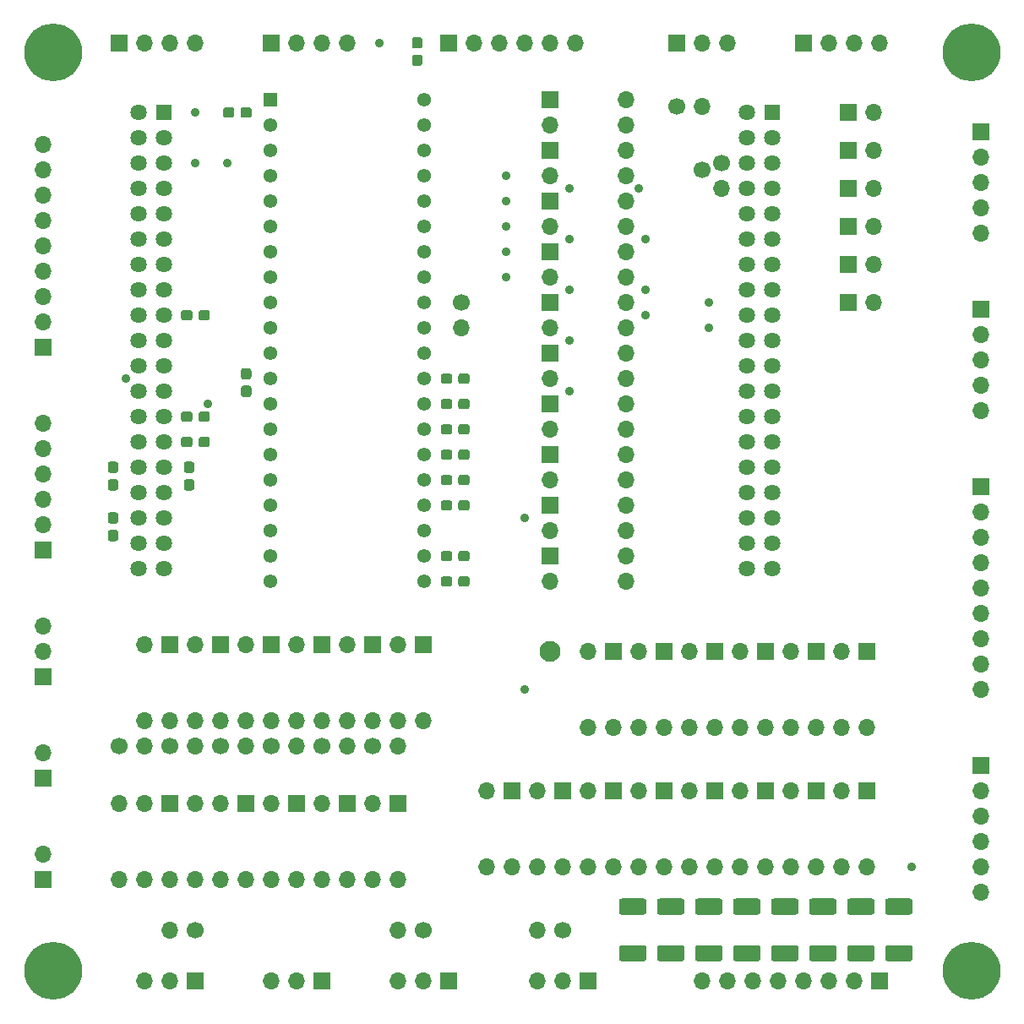
<source format=gts>
G04 #@! TF.GenerationSoftware,KiCad,Pcbnew,(5.1.6)-1*
G04 #@! TF.CreationDate,2023-04-05T02:19:52+09:00*
G04 #@! TF.ProjectId,SubPCB,53756250-4342-42e6-9b69-6361645f7063,rev?*
G04 #@! TF.SameCoordinates,Original*
G04 #@! TF.FileFunction,Soldermask,Top*
G04 #@! TF.FilePolarity,Negative*
%FSLAX46Y46*%
G04 Gerber Fmt 4.6, Leading zero omitted, Abs format (unit mm)*
G04 Created by KiCad (PCBNEW (5.1.6)-1) date 2023-04-05 02:19:52*
%MOMM*%
%LPD*%
G01*
G04 APERTURE LIST*
%ADD10O,1.700000X1.700000*%
%ADD11R,1.700000X1.700000*%
%ADD12R,1.630000X1.630000*%
%ADD13C,1.630000*%
%ADD14C,1.700000*%
%ADD15C,1.380000*%
%ADD16R,1.380000X1.380000*%
%ADD17C,5.800000*%
%ADD18C,0.900000*%
%ADD19C,2.100000*%
G04 APERTURE END LIST*
D10*
X83185000Y-6985000D03*
D11*
X80645000Y-6985000D03*
D10*
X83185000Y-10795000D03*
D11*
X80645000Y-10795000D03*
D10*
X83185000Y-14605000D03*
D11*
X80645000Y-14605000D03*
D10*
X83185000Y-18415000D03*
D11*
X80645000Y-18415000D03*
D10*
X83185000Y-22225000D03*
D11*
X80645000Y-22225000D03*
D10*
X83185000Y-26035000D03*
D11*
X80645000Y-26035000D03*
D12*
X73025000Y-6985000D03*
D13*
X73025000Y-52705000D03*
X70485000Y-6985000D03*
X73025000Y-9525000D03*
X70485000Y-9525000D03*
X73025000Y-12065000D03*
X70485000Y-12065000D03*
X73025000Y-14605000D03*
X70485000Y-14605000D03*
X73025000Y-17145000D03*
X70485000Y-17145000D03*
X73025000Y-19685000D03*
X70485000Y-19685000D03*
X73025000Y-22225000D03*
X70485000Y-22225000D03*
X73025000Y-24765000D03*
X70485000Y-24765000D03*
X73025000Y-27305000D03*
X70485000Y-27305000D03*
X73025000Y-29845000D03*
X70485000Y-29845000D03*
X73025000Y-32385000D03*
X70485000Y-32385000D03*
X73025000Y-34925000D03*
X70485000Y-34925000D03*
X73025000Y-37465000D03*
X70485000Y-37465000D03*
X73025000Y-40005000D03*
X70485000Y-40005000D03*
X73025000Y-42545000D03*
X70485000Y-42545000D03*
X73025000Y-45085000D03*
X70485000Y-45085000D03*
X73025000Y-47625000D03*
X70485000Y-47625000D03*
X73025000Y-50165000D03*
X70485000Y-50165000D03*
X70485000Y-52705000D03*
D12*
X12065000Y-6985000D03*
D13*
X12065000Y-52705000D03*
X9525000Y-6985000D03*
X12065000Y-9525000D03*
X9525000Y-9525000D03*
X12065000Y-12065000D03*
X9525000Y-12065000D03*
X12065000Y-14605000D03*
X9525000Y-14605000D03*
X12065000Y-17145000D03*
X9525000Y-17145000D03*
X12065000Y-19685000D03*
X9525000Y-19685000D03*
X12065000Y-22225000D03*
X9525000Y-22225000D03*
X12065000Y-24765000D03*
X9525000Y-24765000D03*
X12065000Y-27305000D03*
X9525000Y-27305000D03*
X12065000Y-29845000D03*
X9525000Y-29845000D03*
X12065000Y-32385000D03*
X9525000Y-32385000D03*
X12065000Y-34925000D03*
X9525000Y-34925000D03*
X12065000Y-37465000D03*
X9525000Y-37465000D03*
X12065000Y-40005000D03*
X9525000Y-40005000D03*
X12065000Y-42545000D03*
X9525000Y-42545000D03*
X12065000Y-45085000D03*
X9525000Y-45085000D03*
X12065000Y-47625000D03*
X9525000Y-47625000D03*
X12065000Y-50165000D03*
X9525000Y-50165000D03*
X9525000Y-52705000D03*
G36*
G01*
X20582500Y-33750000D02*
X20057500Y-33750000D01*
G75*
G02*
X19795000Y-33487500I0J262500D01*
G01*
X19795000Y-32862500D01*
G75*
G02*
X20057500Y-32600000I262500J0D01*
G01*
X20582500Y-32600000D01*
G75*
G02*
X20845000Y-32862500I0J-262500D01*
G01*
X20845000Y-33487500D01*
G75*
G02*
X20582500Y-33750000I-262500J0D01*
G01*
G37*
G36*
G01*
X20582500Y-35500000D02*
X20057500Y-35500000D01*
G75*
G02*
X19795000Y-35237500I0J262500D01*
G01*
X19795000Y-34612500D01*
G75*
G02*
X20057500Y-34350000I262500J0D01*
G01*
X20582500Y-34350000D01*
G75*
G02*
X20845000Y-34612500I0J-262500D01*
G01*
X20845000Y-35237500D01*
G75*
G02*
X20582500Y-35500000I-262500J0D01*
G01*
G37*
G36*
G01*
X19745000Y-7247500D02*
X19745000Y-6722500D01*
G75*
G02*
X20007500Y-6460000I262500J0D01*
G01*
X20632500Y-6460000D01*
G75*
G02*
X20895000Y-6722500I0J-262500D01*
G01*
X20895000Y-7247500D01*
G75*
G02*
X20632500Y-7510000I-262500J0D01*
G01*
X20007500Y-7510000D01*
G75*
G02*
X19745000Y-7247500I0J262500D01*
G01*
G37*
G36*
G01*
X17995000Y-7247500D02*
X17995000Y-6722500D01*
G75*
G02*
X18257500Y-6460000I262500J0D01*
G01*
X18882500Y-6460000D01*
G75*
G02*
X19145000Y-6722500I0J-262500D01*
G01*
X19145000Y-7247500D01*
G75*
G02*
X18882500Y-7510000I-262500J0D01*
G01*
X18257500Y-7510000D01*
G75*
G02*
X17995000Y-7247500I0J262500D01*
G01*
G37*
D10*
X25400000Y-93980000D03*
X22860000Y-93980000D03*
D11*
X27940000Y-93980000D03*
X76200000Y0D03*
D10*
X81280000Y0D03*
X78740000Y0D03*
X83820000Y0D03*
X93980000Y-52070000D03*
X93980000Y-46990000D03*
X93980000Y-49530000D03*
D11*
X93980000Y-44450000D03*
D10*
X93980000Y-54610000D03*
X93980000Y-57150000D03*
X93980000Y-59690000D03*
X93980000Y-62230000D03*
X93980000Y-64770000D03*
X46990000Y-82550000D03*
X44450000Y-74930000D03*
X44450000Y-82550000D03*
D11*
X46990000Y-74930000D03*
D10*
X52070000Y-82550000D03*
X49530000Y-74930000D03*
X49530000Y-82550000D03*
D11*
X52070000Y-74930000D03*
D10*
X57150000Y-82550000D03*
X54610000Y-74930000D03*
X54610000Y-82550000D03*
D11*
X57150000Y-74930000D03*
D10*
X62230000Y-82550000D03*
X59690000Y-74930000D03*
X59690000Y-82550000D03*
D11*
X62230000Y-74930000D03*
D10*
X67310000Y-82550000D03*
X64770000Y-74930000D03*
X64770000Y-82550000D03*
D11*
X67310000Y-74930000D03*
D10*
X72390000Y-82550000D03*
X69850000Y-74930000D03*
X69850000Y-82550000D03*
D11*
X72390000Y-74930000D03*
D10*
X77470000Y-82550000D03*
X74930000Y-74930000D03*
X74930000Y-82550000D03*
D11*
X77470000Y-74930000D03*
D10*
X82550000Y-82550000D03*
X80010000Y-74930000D03*
X80010000Y-82550000D03*
D11*
X82550000Y-74930000D03*
D10*
X57150000Y-68580000D03*
X54610000Y-60960000D03*
X54610000Y-68580000D03*
D11*
X57150000Y-60960000D03*
D10*
X62230000Y-68580000D03*
X59690000Y-60960000D03*
X59690000Y-68580000D03*
D11*
X62230000Y-60960000D03*
D10*
X67310000Y-68580000D03*
X64770000Y-60960000D03*
X64770000Y-68580000D03*
D11*
X67310000Y-60960000D03*
D10*
X72390000Y-68580000D03*
X69850000Y-60960000D03*
X69850000Y-68580000D03*
D11*
X72390000Y-60960000D03*
D10*
X77470000Y-68580000D03*
X74930000Y-60960000D03*
X74930000Y-68580000D03*
D11*
X77470000Y-60960000D03*
D10*
X82550000Y-68580000D03*
X80010000Y-60960000D03*
X80010000Y-68580000D03*
D11*
X82550000Y-60960000D03*
D10*
X58420000Y-51435000D03*
X50800000Y-53975000D03*
X58420000Y-53975000D03*
D11*
X50800000Y-51435000D03*
D10*
X58420000Y-46355000D03*
X50800000Y-48895000D03*
X58420000Y-48895000D03*
D11*
X50800000Y-46355000D03*
D10*
X58420000Y-41275000D03*
X50800000Y-43815000D03*
X58420000Y-43815000D03*
D11*
X50800000Y-41275000D03*
D10*
X58420000Y-36195000D03*
X50800000Y-38735000D03*
X58420000Y-38735000D03*
D11*
X50800000Y-36195000D03*
D10*
X58420000Y-31115000D03*
X50800000Y-33655000D03*
X58420000Y-33655000D03*
D11*
X50800000Y-31115000D03*
D10*
X58420000Y-26035000D03*
X50800000Y-28575000D03*
X58420000Y-28575000D03*
D11*
X50800000Y-26035000D03*
D10*
X58420000Y-20955000D03*
X50800000Y-23495000D03*
X58420000Y-23495000D03*
D11*
X50800000Y-20955000D03*
D10*
X58420000Y-15875000D03*
X50800000Y-18415000D03*
X58420000Y-18415000D03*
D11*
X50800000Y-15875000D03*
D10*
X58420000Y-10795000D03*
X50800000Y-13335000D03*
X58420000Y-13335000D03*
D11*
X50800000Y-10795000D03*
D10*
X58420000Y-5715000D03*
X50800000Y-8255000D03*
X58420000Y-8255000D03*
D11*
X50800000Y-5715000D03*
D10*
X12700000Y-67945000D03*
X10160000Y-60325000D03*
X10160000Y-67945000D03*
D11*
X12700000Y-60325000D03*
D10*
X17780000Y-67945000D03*
X15240000Y-60325000D03*
X15240000Y-67945000D03*
D11*
X17780000Y-60325000D03*
D10*
X22860000Y-67945000D03*
X20320000Y-60325000D03*
X20320000Y-67945000D03*
D11*
X22860000Y-60325000D03*
D10*
X27940000Y-67945000D03*
X25400000Y-60325000D03*
X25400000Y-67945000D03*
D11*
X27940000Y-60325000D03*
D10*
X33020000Y-67945000D03*
X30480000Y-60325000D03*
X30480000Y-67945000D03*
D11*
X33020000Y-60325000D03*
D10*
X38100000Y-67945000D03*
X35560000Y-60325000D03*
X35560000Y-67945000D03*
D11*
X38100000Y-60325000D03*
D10*
X25400000Y-83820000D03*
X22860000Y-76200000D03*
X22860000Y-83820000D03*
D11*
X25400000Y-76200000D03*
D10*
X30480000Y-83820000D03*
X27940000Y-76200000D03*
X27940000Y-83820000D03*
D11*
X30480000Y-76200000D03*
D10*
X35560000Y-83820000D03*
X33020000Y-76200000D03*
X33020000Y-83820000D03*
D11*
X35560000Y-76200000D03*
D10*
X12700000Y-83820000D03*
X7620000Y-76200000D03*
X10160000Y-83820000D03*
X10160000Y-76200000D03*
X7620000Y-83820000D03*
D11*
X12700000Y-76200000D03*
D10*
X20320000Y-83820000D03*
X15240000Y-76200000D03*
X17780000Y-83820000D03*
X17780000Y-76200000D03*
X15240000Y-83820000D03*
D11*
X20320000Y-76200000D03*
G36*
G01*
X37727500Y-575000D02*
X37202500Y-575000D01*
G75*
G02*
X36940000Y-312500I0J262500D01*
G01*
X36940000Y312500D01*
G75*
G02*
X37202500Y575000I262500J0D01*
G01*
X37727500Y575000D01*
G75*
G02*
X37990000Y312500I0J-262500D01*
G01*
X37990000Y-312500D01*
G75*
G02*
X37727500Y-575000I-262500J0D01*
G01*
G37*
G36*
G01*
X37727500Y-2325000D02*
X37202500Y-2325000D01*
G75*
G02*
X36940000Y-2062500I0J262500D01*
G01*
X36940000Y-1437500D01*
G75*
G02*
X37202500Y-1175000I262500J0D01*
G01*
X37727500Y-1175000D01*
G75*
G02*
X37990000Y-1437500I0J-262500D01*
G01*
X37990000Y-2062500D01*
G75*
G02*
X37727500Y-2325000I-262500J0D01*
G01*
G37*
G36*
G01*
X60163608Y-87375000D02*
X57946392Y-87375000D01*
G75*
G02*
X57680000Y-87108608I0J266392D01*
G01*
X57680000Y-86016392D01*
G75*
G02*
X57946392Y-85750000I266392J0D01*
G01*
X60163608Y-85750000D01*
G75*
G02*
X60430000Y-86016392I0J-266392D01*
G01*
X60430000Y-87108608D01*
G75*
G02*
X60163608Y-87375000I-266392J0D01*
G01*
G37*
G36*
G01*
X60163608Y-92050000D02*
X57946392Y-92050000D01*
G75*
G02*
X57680000Y-91783608I0J266392D01*
G01*
X57680000Y-90691392D01*
G75*
G02*
X57946392Y-90425000I266392J0D01*
G01*
X60163608Y-90425000D01*
G75*
G02*
X60430000Y-90691392I0J-266392D01*
G01*
X60430000Y-91783608D01*
G75*
G02*
X60163608Y-92050000I-266392J0D01*
G01*
G37*
G36*
G01*
X63973608Y-87375000D02*
X61756392Y-87375000D01*
G75*
G02*
X61490000Y-87108608I0J266392D01*
G01*
X61490000Y-86016392D01*
G75*
G02*
X61756392Y-85750000I266392J0D01*
G01*
X63973608Y-85750000D01*
G75*
G02*
X64240000Y-86016392I0J-266392D01*
G01*
X64240000Y-87108608D01*
G75*
G02*
X63973608Y-87375000I-266392J0D01*
G01*
G37*
G36*
G01*
X63973608Y-92050000D02*
X61756392Y-92050000D01*
G75*
G02*
X61490000Y-91783608I0J266392D01*
G01*
X61490000Y-90691392D01*
G75*
G02*
X61756392Y-90425000I266392J0D01*
G01*
X63973608Y-90425000D01*
G75*
G02*
X64240000Y-90691392I0J-266392D01*
G01*
X64240000Y-91783608D01*
G75*
G02*
X63973608Y-92050000I-266392J0D01*
G01*
G37*
G36*
G01*
X67783608Y-87375000D02*
X65566392Y-87375000D01*
G75*
G02*
X65300000Y-87108608I0J266392D01*
G01*
X65300000Y-86016392D01*
G75*
G02*
X65566392Y-85750000I266392J0D01*
G01*
X67783608Y-85750000D01*
G75*
G02*
X68050000Y-86016392I0J-266392D01*
G01*
X68050000Y-87108608D01*
G75*
G02*
X67783608Y-87375000I-266392J0D01*
G01*
G37*
G36*
G01*
X67783608Y-92050000D02*
X65566392Y-92050000D01*
G75*
G02*
X65300000Y-91783608I0J266392D01*
G01*
X65300000Y-90691392D01*
G75*
G02*
X65566392Y-90425000I266392J0D01*
G01*
X67783608Y-90425000D01*
G75*
G02*
X68050000Y-90691392I0J-266392D01*
G01*
X68050000Y-91783608D01*
G75*
G02*
X67783608Y-92050000I-266392J0D01*
G01*
G37*
G36*
G01*
X71593608Y-87375000D02*
X69376392Y-87375000D01*
G75*
G02*
X69110000Y-87108608I0J266392D01*
G01*
X69110000Y-86016392D01*
G75*
G02*
X69376392Y-85750000I266392J0D01*
G01*
X71593608Y-85750000D01*
G75*
G02*
X71860000Y-86016392I0J-266392D01*
G01*
X71860000Y-87108608D01*
G75*
G02*
X71593608Y-87375000I-266392J0D01*
G01*
G37*
G36*
G01*
X71593608Y-92050000D02*
X69376392Y-92050000D01*
G75*
G02*
X69110000Y-91783608I0J266392D01*
G01*
X69110000Y-90691392D01*
G75*
G02*
X69376392Y-90425000I266392J0D01*
G01*
X71593608Y-90425000D01*
G75*
G02*
X71860000Y-90691392I0J-266392D01*
G01*
X71860000Y-91783608D01*
G75*
G02*
X71593608Y-92050000I-266392J0D01*
G01*
G37*
G36*
G01*
X75403608Y-87375000D02*
X73186392Y-87375000D01*
G75*
G02*
X72920000Y-87108608I0J266392D01*
G01*
X72920000Y-86016392D01*
G75*
G02*
X73186392Y-85750000I266392J0D01*
G01*
X75403608Y-85750000D01*
G75*
G02*
X75670000Y-86016392I0J-266392D01*
G01*
X75670000Y-87108608D01*
G75*
G02*
X75403608Y-87375000I-266392J0D01*
G01*
G37*
G36*
G01*
X75403608Y-92050000D02*
X73186392Y-92050000D01*
G75*
G02*
X72920000Y-91783608I0J266392D01*
G01*
X72920000Y-90691392D01*
G75*
G02*
X73186392Y-90425000I266392J0D01*
G01*
X75403608Y-90425000D01*
G75*
G02*
X75670000Y-90691392I0J-266392D01*
G01*
X75670000Y-91783608D01*
G75*
G02*
X75403608Y-92050000I-266392J0D01*
G01*
G37*
G36*
G01*
X79213608Y-87375000D02*
X76996392Y-87375000D01*
G75*
G02*
X76730000Y-87108608I0J266392D01*
G01*
X76730000Y-86016392D01*
G75*
G02*
X76996392Y-85750000I266392J0D01*
G01*
X79213608Y-85750000D01*
G75*
G02*
X79480000Y-86016392I0J-266392D01*
G01*
X79480000Y-87108608D01*
G75*
G02*
X79213608Y-87375000I-266392J0D01*
G01*
G37*
G36*
G01*
X79213608Y-92050000D02*
X76996392Y-92050000D01*
G75*
G02*
X76730000Y-91783608I0J266392D01*
G01*
X76730000Y-90691392D01*
G75*
G02*
X76996392Y-90425000I266392J0D01*
G01*
X79213608Y-90425000D01*
G75*
G02*
X79480000Y-90691392I0J-266392D01*
G01*
X79480000Y-91783608D01*
G75*
G02*
X79213608Y-92050000I-266392J0D01*
G01*
G37*
G36*
G01*
X83023608Y-87375000D02*
X80806392Y-87375000D01*
G75*
G02*
X80540000Y-87108608I0J266392D01*
G01*
X80540000Y-86016392D01*
G75*
G02*
X80806392Y-85750000I266392J0D01*
G01*
X83023608Y-85750000D01*
G75*
G02*
X83290000Y-86016392I0J-266392D01*
G01*
X83290000Y-87108608D01*
G75*
G02*
X83023608Y-87375000I-266392J0D01*
G01*
G37*
G36*
G01*
X83023608Y-92050000D02*
X80806392Y-92050000D01*
G75*
G02*
X80540000Y-91783608I0J266392D01*
G01*
X80540000Y-90691392D01*
G75*
G02*
X80806392Y-90425000I266392J0D01*
G01*
X83023608Y-90425000D01*
G75*
G02*
X83290000Y-90691392I0J-266392D01*
G01*
X83290000Y-91783608D01*
G75*
G02*
X83023608Y-92050000I-266392J0D01*
G01*
G37*
G36*
G01*
X86833608Y-87375000D02*
X84616392Y-87375000D01*
G75*
G02*
X84350000Y-87108608I0J266392D01*
G01*
X84350000Y-86016392D01*
G75*
G02*
X84616392Y-85750000I266392J0D01*
G01*
X86833608Y-85750000D01*
G75*
G02*
X87100000Y-86016392I0J-266392D01*
G01*
X87100000Y-87108608D01*
G75*
G02*
X86833608Y-87375000I-266392J0D01*
G01*
G37*
G36*
G01*
X86833608Y-92050000D02*
X84616392Y-92050000D01*
G75*
G02*
X84350000Y-91783608I0J266392D01*
G01*
X84350000Y-90691392D01*
G75*
G02*
X84616392Y-90425000I266392J0D01*
G01*
X86833608Y-90425000D01*
G75*
G02*
X87100000Y-90691392I0J-266392D01*
G01*
X87100000Y-91783608D01*
G75*
G02*
X86833608Y-92050000I-266392J0D01*
G01*
G37*
G36*
G01*
X40975000Y-53712500D02*
X40975000Y-54237500D01*
G75*
G02*
X40712500Y-54500000I-262500J0D01*
G01*
X40087500Y-54500000D01*
G75*
G02*
X39825000Y-54237500I0J262500D01*
G01*
X39825000Y-53712500D01*
G75*
G02*
X40087500Y-53450000I262500J0D01*
G01*
X40712500Y-53450000D01*
G75*
G02*
X40975000Y-53712500I0J-262500D01*
G01*
G37*
G36*
G01*
X42725000Y-53712500D02*
X42725000Y-54237500D01*
G75*
G02*
X42462500Y-54500000I-262500J0D01*
G01*
X41837500Y-54500000D01*
G75*
G02*
X41575000Y-54237500I0J262500D01*
G01*
X41575000Y-53712500D01*
G75*
G02*
X41837500Y-53450000I262500J0D01*
G01*
X42462500Y-53450000D01*
G75*
G02*
X42725000Y-53712500I0J-262500D01*
G01*
G37*
G36*
G01*
X40975000Y-51172500D02*
X40975000Y-51697500D01*
G75*
G02*
X40712500Y-51960000I-262500J0D01*
G01*
X40087500Y-51960000D01*
G75*
G02*
X39825000Y-51697500I0J262500D01*
G01*
X39825000Y-51172500D01*
G75*
G02*
X40087500Y-50910000I262500J0D01*
G01*
X40712500Y-50910000D01*
G75*
G02*
X40975000Y-51172500I0J-262500D01*
G01*
G37*
G36*
G01*
X42725000Y-51172500D02*
X42725000Y-51697500D01*
G75*
G02*
X42462500Y-51960000I-262500J0D01*
G01*
X41837500Y-51960000D01*
G75*
G02*
X41575000Y-51697500I0J262500D01*
G01*
X41575000Y-51172500D01*
G75*
G02*
X41837500Y-50910000I262500J0D01*
G01*
X42462500Y-50910000D01*
G75*
G02*
X42725000Y-51172500I0J-262500D01*
G01*
G37*
G36*
G01*
X40975000Y-46092500D02*
X40975000Y-46617500D01*
G75*
G02*
X40712500Y-46880000I-262500J0D01*
G01*
X40087500Y-46880000D01*
G75*
G02*
X39825000Y-46617500I0J262500D01*
G01*
X39825000Y-46092500D01*
G75*
G02*
X40087500Y-45830000I262500J0D01*
G01*
X40712500Y-45830000D01*
G75*
G02*
X40975000Y-46092500I0J-262500D01*
G01*
G37*
G36*
G01*
X42725000Y-46092500D02*
X42725000Y-46617500D01*
G75*
G02*
X42462500Y-46880000I-262500J0D01*
G01*
X41837500Y-46880000D01*
G75*
G02*
X41575000Y-46617500I0J262500D01*
G01*
X41575000Y-46092500D01*
G75*
G02*
X41837500Y-45830000I262500J0D01*
G01*
X42462500Y-45830000D01*
G75*
G02*
X42725000Y-46092500I0J-262500D01*
G01*
G37*
G36*
G01*
X40975000Y-43552500D02*
X40975000Y-44077500D01*
G75*
G02*
X40712500Y-44340000I-262500J0D01*
G01*
X40087500Y-44340000D01*
G75*
G02*
X39825000Y-44077500I0J262500D01*
G01*
X39825000Y-43552500D01*
G75*
G02*
X40087500Y-43290000I262500J0D01*
G01*
X40712500Y-43290000D01*
G75*
G02*
X40975000Y-43552500I0J-262500D01*
G01*
G37*
G36*
G01*
X42725000Y-43552500D02*
X42725000Y-44077500D01*
G75*
G02*
X42462500Y-44340000I-262500J0D01*
G01*
X41837500Y-44340000D01*
G75*
G02*
X41575000Y-44077500I0J262500D01*
G01*
X41575000Y-43552500D01*
G75*
G02*
X41837500Y-43290000I262500J0D01*
G01*
X42462500Y-43290000D01*
G75*
G02*
X42725000Y-43552500I0J-262500D01*
G01*
G37*
G36*
G01*
X40975000Y-41012500D02*
X40975000Y-41537500D01*
G75*
G02*
X40712500Y-41800000I-262500J0D01*
G01*
X40087500Y-41800000D01*
G75*
G02*
X39825000Y-41537500I0J262500D01*
G01*
X39825000Y-41012500D01*
G75*
G02*
X40087500Y-40750000I262500J0D01*
G01*
X40712500Y-40750000D01*
G75*
G02*
X40975000Y-41012500I0J-262500D01*
G01*
G37*
G36*
G01*
X42725000Y-41012500D02*
X42725000Y-41537500D01*
G75*
G02*
X42462500Y-41800000I-262500J0D01*
G01*
X41837500Y-41800000D01*
G75*
G02*
X41575000Y-41537500I0J262500D01*
G01*
X41575000Y-41012500D01*
G75*
G02*
X41837500Y-40750000I262500J0D01*
G01*
X42462500Y-40750000D01*
G75*
G02*
X42725000Y-41012500I0J-262500D01*
G01*
G37*
G36*
G01*
X40975000Y-38472500D02*
X40975000Y-38997500D01*
G75*
G02*
X40712500Y-39260000I-262500J0D01*
G01*
X40087500Y-39260000D01*
G75*
G02*
X39825000Y-38997500I0J262500D01*
G01*
X39825000Y-38472500D01*
G75*
G02*
X40087500Y-38210000I262500J0D01*
G01*
X40712500Y-38210000D01*
G75*
G02*
X40975000Y-38472500I0J-262500D01*
G01*
G37*
G36*
G01*
X42725000Y-38472500D02*
X42725000Y-38997500D01*
G75*
G02*
X42462500Y-39260000I-262500J0D01*
G01*
X41837500Y-39260000D01*
G75*
G02*
X41575000Y-38997500I0J262500D01*
G01*
X41575000Y-38472500D01*
G75*
G02*
X41837500Y-38210000I262500J0D01*
G01*
X42462500Y-38210000D01*
G75*
G02*
X42725000Y-38472500I0J-262500D01*
G01*
G37*
G36*
G01*
X40975000Y-35932500D02*
X40975000Y-36457500D01*
G75*
G02*
X40712500Y-36720000I-262500J0D01*
G01*
X40087500Y-36720000D01*
G75*
G02*
X39825000Y-36457500I0J262500D01*
G01*
X39825000Y-35932500D01*
G75*
G02*
X40087500Y-35670000I262500J0D01*
G01*
X40712500Y-35670000D01*
G75*
G02*
X40975000Y-35932500I0J-262500D01*
G01*
G37*
G36*
G01*
X42725000Y-35932500D02*
X42725000Y-36457500D01*
G75*
G02*
X42462500Y-36720000I-262500J0D01*
G01*
X41837500Y-36720000D01*
G75*
G02*
X41575000Y-36457500I0J262500D01*
G01*
X41575000Y-35932500D01*
G75*
G02*
X41837500Y-35670000I262500J0D01*
G01*
X42462500Y-35670000D01*
G75*
G02*
X42725000Y-35932500I0J-262500D01*
G01*
G37*
G36*
G01*
X40975000Y-33392500D02*
X40975000Y-33917500D01*
G75*
G02*
X40712500Y-34180000I-262500J0D01*
G01*
X40087500Y-34180000D01*
G75*
G02*
X39825000Y-33917500I0J262500D01*
G01*
X39825000Y-33392500D01*
G75*
G02*
X40087500Y-33130000I262500J0D01*
G01*
X40712500Y-33130000D01*
G75*
G02*
X40975000Y-33392500I0J-262500D01*
G01*
G37*
G36*
G01*
X42725000Y-33392500D02*
X42725000Y-33917500D01*
G75*
G02*
X42462500Y-34180000I-262500J0D01*
G01*
X41837500Y-34180000D01*
G75*
G02*
X41575000Y-33917500I0J262500D01*
G01*
X41575000Y-33392500D01*
G75*
G02*
X41837500Y-33130000I262500J0D01*
G01*
X42462500Y-33130000D01*
G75*
G02*
X42725000Y-33392500I0J-262500D01*
G01*
G37*
D10*
X10160000Y-70485000D03*
D14*
X7620000Y-70485000D03*
D10*
X15240000Y-70485000D03*
D14*
X12700000Y-70485000D03*
D10*
X20320000Y-70485000D03*
D14*
X17780000Y-70485000D03*
D10*
X25400000Y-70485000D03*
D14*
X22860000Y-70485000D03*
D10*
X30480000Y-70485000D03*
D14*
X27940000Y-70485000D03*
D10*
X35560000Y-70485000D03*
D14*
X33020000Y-70485000D03*
G36*
G01*
X7247500Y-43120000D02*
X6722500Y-43120000D01*
G75*
G02*
X6460000Y-42857500I0J262500D01*
G01*
X6460000Y-42232500D01*
G75*
G02*
X6722500Y-41970000I262500J0D01*
G01*
X7247500Y-41970000D01*
G75*
G02*
X7510000Y-42232500I0J-262500D01*
G01*
X7510000Y-42857500D01*
G75*
G02*
X7247500Y-43120000I-262500J0D01*
G01*
G37*
G36*
G01*
X7247500Y-44870000D02*
X6722500Y-44870000D01*
G75*
G02*
X6460000Y-44607500I0J262500D01*
G01*
X6460000Y-43982500D01*
G75*
G02*
X6722500Y-43720000I262500J0D01*
G01*
X7247500Y-43720000D01*
G75*
G02*
X7510000Y-43982500I0J-262500D01*
G01*
X7510000Y-44607500D01*
G75*
G02*
X7247500Y-44870000I-262500J0D01*
G01*
G37*
G36*
G01*
X7247500Y-48200000D02*
X6722500Y-48200000D01*
G75*
G02*
X6460000Y-47937500I0J262500D01*
G01*
X6460000Y-47312500D01*
G75*
G02*
X6722500Y-47050000I262500J0D01*
G01*
X7247500Y-47050000D01*
G75*
G02*
X7510000Y-47312500I0J-262500D01*
G01*
X7510000Y-47937500D01*
G75*
G02*
X7247500Y-48200000I-262500J0D01*
G01*
G37*
G36*
G01*
X7247500Y-49950000D02*
X6722500Y-49950000D01*
G75*
G02*
X6460000Y-49687500I0J262500D01*
G01*
X6460000Y-49062500D01*
G75*
G02*
X6722500Y-48800000I262500J0D01*
G01*
X7247500Y-48800000D01*
G75*
G02*
X7510000Y-49062500I0J-262500D01*
G01*
X7510000Y-49687500D01*
G75*
G02*
X7247500Y-49950000I-262500J0D01*
G01*
G37*
G36*
G01*
X14867500Y-43120000D02*
X14342500Y-43120000D01*
G75*
G02*
X14080000Y-42857500I0J262500D01*
G01*
X14080000Y-42232500D01*
G75*
G02*
X14342500Y-41970000I262500J0D01*
G01*
X14867500Y-41970000D01*
G75*
G02*
X15130000Y-42232500I0J-262500D01*
G01*
X15130000Y-42857500D01*
G75*
G02*
X14867500Y-43120000I-262500J0D01*
G01*
G37*
G36*
G01*
X14867500Y-44870000D02*
X14342500Y-44870000D01*
G75*
G02*
X14080000Y-44607500I0J262500D01*
G01*
X14080000Y-43982500D01*
G75*
G02*
X14342500Y-43720000I262500J0D01*
G01*
X14867500Y-43720000D01*
G75*
G02*
X15130000Y-43982500I0J-262500D01*
G01*
X15130000Y-44607500D01*
G75*
G02*
X14867500Y-44870000I-262500J0D01*
G01*
G37*
G36*
G01*
X14940000Y-39742500D02*
X14940000Y-40267500D01*
G75*
G02*
X14677500Y-40530000I-262500J0D01*
G01*
X14052500Y-40530000D01*
G75*
G02*
X13790000Y-40267500I0J262500D01*
G01*
X13790000Y-39742500D01*
G75*
G02*
X14052500Y-39480000I262500J0D01*
G01*
X14677500Y-39480000D01*
G75*
G02*
X14940000Y-39742500I0J-262500D01*
G01*
G37*
G36*
G01*
X16690000Y-39742500D02*
X16690000Y-40267500D01*
G75*
G02*
X16427500Y-40530000I-262500J0D01*
G01*
X15802500Y-40530000D01*
G75*
G02*
X15540000Y-40267500I0J262500D01*
G01*
X15540000Y-39742500D01*
G75*
G02*
X15802500Y-39480000I262500J0D01*
G01*
X16427500Y-39480000D01*
G75*
G02*
X16690000Y-39742500I0J-262500D01*
G01*
G37*
G36*
G01*
X14940000Y-37202500D02*
X14940000Y-37727500D01*
G75*
G02*
X14677500Y-37990000I-262500J0D01*
G01*
X14052500Y-37990000D01*
G75*
G02*
X13790000Y-37727500I0J262500D01*
G01*
X13790000Y-37202500D01*
G75*
G02*
X14052500Y-36940000I262500J0D01*
G01*
X14677500Y-36940000D01*
G75*
G02*
X14940000Y-37202500I0J-262500D01*
G01*
G37*
G36*
G01*
X16690000Y-37202500D02*
X16690000Y-37727500D01*
G75*
G02*
X16427500Y-37990000I-262500J0D01*
G01*
X15802500Y-37990000D01*
G75*
G02*
X15540000Y-37727500I0J262500D01*
G01*
X15540000Y-37202500D01*
G75*
G02*
X15802500Y-36940000I262500J0D01*
G01*
X16427500Y-36940000D01*
G75*
G02*
X16690000Y-37202500I0J-262500D01*
G01*
G37*
G36*
G01*
X16690000Y-27042500D02*
X16690000Y-27567500D01*
G75*
G02*
X16427500Y-27830000I-262500J0D01*
G01*
X15802500Y-27830000D01*
G75*
G02*
X15540000Y-27567500I0J262500D01*
G01*
X15540000Y-27042500D01*
G75*
G02*
X15802500Y-26780000I262500J0D01*
G01*
X16427500Y-26780000D01*
G75*
G02*
X16690000Y-27042500I0J-262500D01*
G01*
G37*
G36*
G01*
X14940000Y-27042500D02*
X14940000Y-27567500D01*
G75*
G02*
X14677500Y-27830000I-262500J0D01*
G01*
X14052500Y-27830000D01*
G75*
G02*
X13790000Y-27567500I0J262500D01*
G01*
X13790000Y-27042500D01*
G75*
G02*
X14052500Y-26780000I262500J0D01*
G01*
X14677500Y-26780000D01*
G75*
G02*
X14940000Y-27042500I0J-262500D01*
G01*
G37*
D10*
X53340000Y0D03*
X50800000Y0D03*
D11*
X40640000Y0D03*
D10*
X45720000Y0D03*
X43180000Y0D03*
X48260000Y0D03*
D11*
X0Y-83820000D03*
D10*
X0Y-81280000D03*
X93980000Y-85090000D03*
X93980000Y-82550000D03*
D11*
X93980000Y-72390000D03*
D10*
X93980000Y-77470000D03*
X93980000Y-74930000D03*
X93980000Y-80010000D03*
X93980000Y-34290000D03*
X93980000Y-29210000D03*
X93980000Y-31750000D03*
D11*
X93980000Y-26670000D03*
D10*
X93980000Y-36830000D03*
X93980000Y-16510000D03*
X93980000Y-11430000D03*
X93980000Y-13970000D03*
D11*
X93980000Y-8890000D03*
D10*
X93980000Y-19050000D03*
X66040000Y-93980000D03*
X68580000Y-93980000D03*
X71120000Y-93980000D03*
X73660000Y-93980000D03*
D11*
X83820000Y-93980000D03*
D10*
X78740000Y-93980000D03*
X81280000Y-93980000D03*
X76200000Y-93980000D03*
X0Y-38100000D03*
X0Y-40640000D03*
D11*
X0Y-50800000D03*
D10*
X0Y-45720000D03*
X0Y-48260000D03*
X0Y-43180000D03*
X0Y-22860000D03*
X0Y-27940000D03*
X0Y-25400000D03*
D11*
X0Y-30480000D03*
D10*
X0Y-20320000D03*
X0Y-17780000D03*
X0Y-15240000D03*
X0Y-12700000D03*
X0Y-10160000D03*
X12700000Y-93980000D03*
X10160000Y-93980000D03*
D11*
X15240000Y-93980000D03*
D10*
X38100000Y-93980000D03*
X35560000Y-93980000D03*
D11*
X40640000Y-93980000D03*
D10*
X52070000Y-93980000D03*
X49530000Y-93980000D03*
D11*
X54610000Y-93980000D03*
D10*
X66040000Y0D03*
X68580000Y0D03*
D11*
X63500000Y0D03*
X0Y-73660000D03*
D10*
X0Y-71120000D03*
X0Y-60960000D03*
X0Y-58420000D03*
D11*
X0Y-63500000D03*
D14*
X41910000Y-26035000D03*
D10*
X41910000Y-28575000D03*
D14*
X67945000Y-12065000D03*
D10*
X67945000Y-14605000D03*
D14*
X15240000Y-88900000D03*
D10*
X12700000Y-88900000D03*
D14*
X38100000Y-88900000D03*
D10*
X35560000Y-88900000D03*
D14*
X52070000Y-88900000D03*
D10*
X49530000Y-88900000D03*
D14*
X63500000Y-6350000D03*
D10*
X66040000Y-6350000D03*
D11*
X22860000Y0D03*
D10*
X27940000Y0D03*
X25400000Y0D03*
X30480000Y0D03*
D11*
X7620000Y0D03*
D10*
X12700000Y0D03*
X10160000Y0D03*
X15240000Y0D03*
D15*
X38197500Y-5715000D03*
X38197500Y-8255000D03*
X38197500Y-10795000D03*
X38197500Y-13335000D03*
X38197500Y-15875000D03*
X38197500Y-18415000D03*
X38197500Y-20955000D03*
X38197500Y-23495000D03*
X38197500Y-26035000D03*
X38197500Y-28575000D03*
X38197500Y-31115000D03*
X38197500Y-33655000D03*
X38197500Y-36195000D03*
X38197500Y-38735000D03*
X38197500Y-41275000D03*
X38197500Y-43815000D03*
X38197500Y-46355000D03*
X38197500Y-48895000D03*
X38197500Y-51435000D03*
X38197500Y-53975000D03*
X22762500Y-53975000D03*
X22762500Y-51435000D03*
X22762500Y-48895000D03*
X22762500Y-46355000D03*
X22762500Y-43815000D03*
X22762500Y-41275000D03*
X22762500Y-38735000D03*
X22762500Y-36195000D03*
X22762500Y-33655000D03*
X22762500Y-31115000D03*
X22762500Y-28575000D03*
X22762500Y-26035000D03*
X22762500Y-23495000D03*
X22762500Y-20955000D03*
X22762500Y-18415000D03*
X22762500Y-15875000D03*
X22762500Y-13335000D03*
X22762500Y-10795000D03*
X22762500Y-8255000D03*
D16*
X22762500Y-5715000D03*
D17*
X92980000Y-92980000D03*
X1000000Y-92980000D03*
X92980000Y-1000000D03*
X1000000Y-1000000D03*
D18*
X15240000Y-12065000D03*
X18415000Y-12065000D03*
D14*
X66040000Y-12700000D03*
D19*
X50800000Y-60960000D03*
D18*
X86995000Y-82550000D03*
X15240000Y-6985000D03*
X8255000Y-33655000D03*
X48260000Y-47625000D03*
X48260000Y-64770000D03*
X16510000Y-36195000D03*
X33655000Y0D03*
X59690000Y-14605000D03*
X46355000Y-13335000D03*
X52705000Y-14605000D03*
X60325000Y-19685000D03*
X60325000Y-24765000D03*
X46355000Y-15875000D03*
X52705000Y-19685000D03*
X46355000Y-18415000D03*
X52705000Y-24765000D03*
X60325000Y-27305000D03*
X46355000Y-20955000D03*
X52705000Y-29845000D03*
X66675000Y-26035000D03*
X46355000Y-23495000D03*
X52705000Y-34925000D03*
X66675000Y-28575000D03*
M02*

</source>
